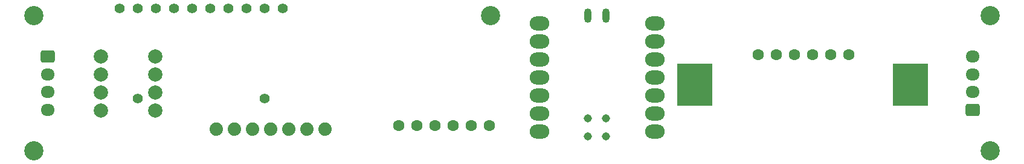
<source format=gbr>
%TF.GenerationSoftware,KiCad,Pcbnew,9.0.0*%
%TF.CreationDate,2025-03-07T17:00:58+09:00*%
%TF.ProjectId,Airdata,41697264-6174-4612-9e6b-696361645f70,rev?*%
%TF.SameCoordinates,Original*%
%TF.FileFunction,Soldermask,Top*%
%TF.FilePolarity,Negative*%
%FSLAX46Y46*%
G04 Gerber Fmt 4.6, Leading zero omitted, Abs format (unit mm)*
G04 Created by KiCad (PCBNEW 9.0.0) date 2025-03-07 17:00:58*
%MOMM*%
%LPD*%
G01*
G04 APERTURE LIST*
G04 Aperture macros list*
%AMRoundRect*
0 Rectangle with rounded corners*
0 $1 Rounding radius*
0 $2 $3 $4 $5 $6 $7 $8 $9 X,Y pos of 4 corners*
0 Add a 4 corners polygon primitive as box body*
4,1,4,$2,$3,$4,$5,$6,$7,$8,$9,$2,$3,0*
0 Add four circle primitives for the rounded corners*
1,1,$1+$1,$2,$3*
1,1,$1+$1,$4,$5*
1,1,$1+$1,$6,$7*
1,1,$1+$1,$8,$9*
0 Add four rect primitives between the rounded corners*
20,1,$1+$1,$2,$3,$4,$5,0*
20,1,$1+$1,$4,$5,$6,$7,0*
20,1,$1+$1,$6,$7,$8,$9,0*
20,1,$1+$1,$8,$9,$2,$3,0*%
G04 Aperture macros list end*
%ADD10RoundRect,0.250000X0.725000X-0.600000X0.725000X0.600000X-0.725000X0.600000X-0.725000X-0.600000X0*%
%ADD11O,1.950000X1.700000*%
%ADD12C,2.700000*%
%ADD13C,1.600000*%
%ADD14C,2.000000*%
%ADD15R,5.000000X6.000000*%
%ADD16C,1.879600*%
%ADD17O,2.748280X1.998980*%
%ADD18O,1.016000X2.032000*%
%ADD19C,1.143000*%
%ADD20RoundRect,0.250000X-0.725000X0.600000X-0.725000X-0.600000X0.725000X-0.600000X0.725000X0.600000X0*%
%ADD21C,1.400000*%
G04 APERTURE END LIST*
D10*
%TO.C,PitoTube*%
X214550000Y-66250000D03*
D11*
X214550000Y-63750000D03*
X214550000Y-61250000D03*
X214550000Y-58750000D03*
%TD*%
D12*
%TO.C,REF\u002A\u002A*%
X83000000Y-72000000D03*
%TD*%
D13*
%TO.C,AS5600*%
X134150000Y-68500000D03*
X136690000Y-68500000D03*
X139230000Y-68500000D03*
X141770000Y-68500000D03*
X144310000Y-68500000D03*
X146850000Y-68500000D03*
%TD*%
D14*
%TO.C,U2*%
X92380000Y-58750000D03*
X92380000Y-61290000D03*
X92380000Y-63830000D03*
X92380000Y-66370000D03*
X100000000Y-66370000D03*
X100000000Y-63830000D03*
X100000000Y-61290000D03*
X100000000Y-58750000D03*
%TD*%
D12*
%TO.C,REF\u002A\u002A*%
X147000000Y-53000000D03*
%TD*%
D13*
%TO.C,AoA*%
X184500000Y-58500000D03*
X187040000Y-58500000D03*
X189580000Y-58500000D03*
X192120000Y-58500000D03*
X194660000Y-58500000D03*
X197200000Y-58500000D03*
%TD*%
D12*
%TO.C,REF\u002A\u002A*%
X217000000Y-72000000D03*
%TD*%
D15*
%TO.C,REF\u002A\u002A*%
X205850000Y-62750000D03*
%TD*%
D16*
%TO.C,DPS310-Adafruits1*%
X108510000Y-69000000D03*
X111050000Y-69000000D03*
X113590000Y-69000000D03*
X116130000Y-69000000D03*
X118670000Y-69000000D03*
X121210000Y-69000000D03*
X123750000Y-69000000D03*
%TD*%
D15*
%TO.C,REF\u002A\u002A*%
X175600000Y-62750000D03*
%TD*%
D12*
%TO.C,REF\u002A\u002A*%
X83000000Y-53000000D03*
%TD*%
D17*
%TO.C,U1*%
X170000000Y-69317820D03*
X170000000Y-66777820D03*
X170000000Y-64237820D03*
X170000000Y-61697820D03*
X170000000Y-59157820D03*
X170000000Y-56617820D03*
X170000000Y-54077820D03*
X153835440Y-54077820D03*
X153835440Y-56617820D03*
X153835440Y-59157820D03*
X153835440Y-61697820D03*
X153835440Y-64237820D03*
X153835440Y-66777820D03*
X153835440Y-69317820D03*
D18*
X163133120Y-53000000D03*
X160583120Y-53000000D03*
D19*
X163134317Y-70004187D03*
X160594317Y-70004187D03*
X163134317Y-67464187D03*
X160594317Y-67464187D03*
%TD*%
D12*
%TO.C,REF\u002A\u002A*%
X217000000Y-53000000D03*
%TD*%
D20*
%TO.C,Air-UART*%
X84950000Y-58750000D03*
D11*
X84950000Y-61250000D03*
X84950000Y-63750000D03*
X84950000Y-66250000D03*
%TD*%
D21*
%TO.C,J1*%
X95000000Y-52000000D03*
X97540000Y-52000000D03*
X100080000Y-52000000D03*
X102620000Y-52000000D03*
X105160000Y-52000000D03*
X107700000Y-52000000D03*
X110240000Y-52000000D03*
X112780000Y-52000000D03*
X115320000Y-52000000D03*
X117860000Y-52000000D03*
X115320000Y-64700000D03*
X97540000Y-64700000D03*
%TD*%
M02*

</source>
